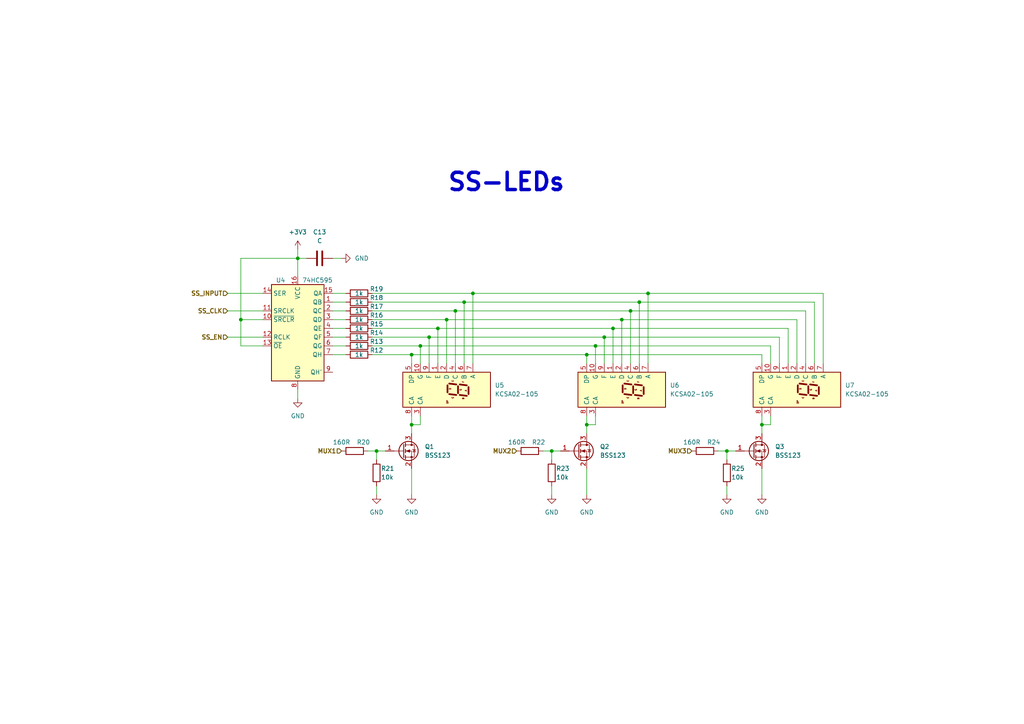
<source format=kicad_sch>
(kicad_sch (version 20230121) (generator eeschema)
  (paper "A4")
  (lib_symbols
    (symbol "74xx:74HC595"
      (property "Reference" "U" (at -7.62 13.97 0))
      (property "Value" "74HC595" (at -7.62 -16.51 0))
      (symbol "74HC595_1_0"
        (pin tri_state line (at 10.16 7.62 180) (length 2.54) (name "QB") (number "1"))
        (pin input line (at -10.16 2.54 0) (length 2.54) (name "~{SRCLR}") (number "10"))
        (pin input line (at -10.16 5.08 0) (length 2.54) (name "SRCLK") (number "11"))
        (pin input line (at -10.16 -2.54 0) (length 2.54) (name "RCLK") (number "12"))
        (pin input line (at -10.16 -5.08 0) (length 2.54) (name "~{OE}") (number "13"))
        (pin input line (at -10.16 10.16 0) (length 2.54) (name "SER") (number "14"))
        (pin tri_state line (at 10.16 10.16 180) (length 2.54) (name "QA") (number "15"))
        (pin power_in line (at 0 15.24 270) (length 2.54) (name "VCC") (number "16"))
        (pin tri_state line (at 10.16 5.08 180) (length 2.54) (name "QC") (number "2"))
        (pin tri_state line (at 10.16 2.54 180) (length 2.54) (name "QD") (number "3"))
        (pin tri_state line (at 10.16 0 180) (length 2.54) (name "QE") (number "4"))
        (pin tri_state line (at 10.16 -2.54 180) (length 2.54) (name "QF") (number "5"))
        (pin tri_state line (at 10.16 -5.08 180) (length 2.54) (name "QG") (number "6"))
        (pin tri_state line (at 10.16 -7.62 180) (length 2.54) (name "QH") (number "7"))
        (pin power_in line (at 0 -17.78 90) (length 2.54) (name "GND") (number "8"))
        (pin output line (at 10.16 -12.7 180) (length 2.54) (name "QH'") (number "9"))
      )
      (symbol "74HC595_1_1"
        (rectangle (start -7.62 12.7) (end 7.62 -15.24) (stroke (width 0.254)) (fill (type background)))
      )
    )
    (symbol "Device:C" (pin_numbers hide) (pin_names (offset 0.254))
      (property "Reference" "C" (at 0.635 2.54 0))
      (property "Value" "C" (at 0.635 -2.54 0))
      (symbol "C_0_1"
        (polyline (pts (xy -2.032 -0.762) (xy 2.032 -0.762)) (stroke (width 0.508)))
        (polyline (pts (xy -2.032 0.762) (xy 2.032 0.762)) (stroke (width 0.508)))
      )
      (symbol "C_1_1"
        (pin passive line (at 0 3.81 270) (length 2.794) (name "~") (number "1"))
        (pin passive line (at 0 -3.81 90) (length 2.794) (name "~") (number "2"))
      )
    )
    (symbol "Device:R" (pin_numbers hide) (pin_names (offset 0))
      (property "Reference" "R" (at 2.032 0 90))
      (property "Value" "R" (at 0 0 90))
      (symbol "R_0_1"
        (rectangle (start -1.016 -2.54) (end 1.016 2.54) (stroke (width 0.254)))
      )
      (symbol "R_1_1"
        (pin passive line (at 0 3.81 270) (length 1.27) (name "~") (number "1"))
        (pin passive line (at 0 -3.81 90) (length 1.27) (name "~") (number "2"))
      )
    )
    (symbol "Display_Character:KCSA02-105" (pin_names (offset 0.635))
      (property "Reference" "U" (at -2.54 13.97 0))
      (property "Value" "KCSA02-105" (at 1.27 13.97 0))
      (symbol "KCSA02-105_0_0"
        (text "A" (at 0.254 5.588 0) (effects (font (size 0.508 0.508))))
        (text "B" (at 2.54 4.826 0) (effects (font (size 0.508 0.508))))
        (text "C" (at 2.286 1.778 0) (effects (font (size 0.508 0.508))))
        (text "D" (at -0.254 1.016 0) (effects (font (size 0.508 0.508))))
        (text "DP" (at 3.556 0.254 0) (effects (font (size 0.508 0.508))))
        (text "E" (at -2.54 1.778 0) (effects (font (size 0.508 0.508))))
        (text "F" (at -2.286 4.826 0) (effects (font (size 0.508 0.508))))
        (text "G" (at 0 4.064 0) (effects (font (size 0.508 0.508))))
      )
      (symbol "KCSA02-105_0_1"
        (rectangle (start -5.08 12.7) (end 5.08 -12.7) (stroke (width 0.254)) (fill (type background)))
        (polyline (pts (xy -1.524 2.794) (xy -1.778 0.762)) (stroke (width 0.508)))
        (polyline (pts (xy -1.27 0.254) (xy 0.762 0.254)) (stroke (width 0.508)))
        (polyline (pts (xy -1.27 5.842) (xy -1.524 3.81)) (stroke (width 0.508)))
        (polyline (pts (xy -1.016 3.302) (xy 1.016 3.302)) (stroke (width 0.508)))
        (polyline (pts (xy -0.762 6.35) (xy 1.27 6.35)) (stroke (width 0.508)))
        (polyline (pts (xy 1.524 2.794) (xy 1.27 0.762)) (stroke (width 0.508)))
        (polyline (pts (xy 1.778 5.842) (xy 1.524 3.81)) (stroke (width 0.508)))
        (polyline (pts (xy 2.54 0.254) (xy 2.54 0.254)) (stroke (width 0.508)))
      )
      (symbol "KCSA02-105_1_1"
        (pin input line (at -7.62 -2.54 0) (length 2.54) (name "E") (number "1"))
        (pin input line (at -7.62 -7.62 0) (length 2.54) (name "G") (number "10"))
        (pin input line (at -7.62 0 0) (length 2.54) (name "D") (number "2"))
        (pin input line (at 7.62 -7.62 180) (length 2.54) (name "CA") (number "3"))
        (pin input line (at -7.62 2.54 0) (length 2.54) (name "C") (number "4"))
        (pin input line (at -7.62 -10.16 0) (length 2.54) (name "DP") (number "5"))
        (pin input line (at -7.62 5.08 0) (length 2.54) (name "B") (number "6"))
        (pin input line (at -7.62 7.62 0) (length 2.54) (name "A") (number "7"))
        (pin input line (at 7.62 -10.16 180) (length 2.54) (name "CA") (number "8"))
        (pin input line (at -7.62 -5.08 0) (length 2.54) (name "F") (number "9"))
      )
    )
    (symbol "Transistor_FET:BSS123" (pin_names hide)
      (property "Reference" "Q" (at 5.08 1.905 0))
      (property "Value" "BSS123" (at 5.08 0 0))
      (symbol "BSS123_0_1"
        (polyline (pts (xy 0.254 0) (xy -2.54 0)))
        (polyline (pts (xy 0.254 1.905) (xy 0.254 -1.905)) (stroke (width 0.254)))
        (polyline (pts (xy 0.762 -1.27) (xy 0.762 -2.286)) (stroke (width 0.254)))
        (polyline (pts (xy 0.762 0.508) (xy 0.762 -0.508)) (stroke (width 0.254)))
        (polyline (pts (xy 0.762 2.286) (xy 0.762 1.27)) (stroke (width 0.254)))
        (polyline (pts (xy 2.54 2.54) (xy 2.54 1.778)))
        (polyline (pts (xy 2.54 -2.54) (xy 2.54 0) (xy 0.762 0)))
        (polyline (pts (xy 0.762 -1.778) (xy 3.302 -1.778) (xy 3.302 1.778) (xy 0.762 1.778)))
        (polyline (pts (xy 1.016 0) (xy 2.032 0.381) (xy 2.032 -0.381) (xy 1.016 0)) (fill (type outline)))
        (polyline (pts (xy 2.794 0.508) (xy 2.921 0.381) (xy 3.683 0.381) (xy 3.81 0.254)))
        (polyline (pts (xy 3.302 0.381) (xy 2.921 -0.254) (xy 3.683 -0.254) (xy 3.302 0.381)))
        (circle (center 1.651 0) (radius 2.794) (stroke (width 0.254)))
        (circle (center 2.54 -1.778) (radius 0.254) (fill (type outline)))
        (circle (center 2.54 1.778) (radius 0.254) (fill (type outline)))
      )
      (symbol "BSS123_1_1"
        (pin input line (at -5.08 0 0) (length 2.54) (name "G") (number "1"))
        (pin passive line (at 2.54 -5.08 90) (length 2.54) (name "S") (number "2"))
        (pin passive line (at 2.54 5.08 270) (length 2.54) (name "D") (number "3"))
      )
    )
    (symbol "power:+3V3" (power) (pin_names (offset 0))
      (property "Value" "+3V3" (at 0 3.556 0))
      (symbol "+3V3_0_1"
        (polyline (pts (xy -0.762 1.27) (xy 0 2.54)))
        (polyline (pts (xy 0 0) (xy 0 2.54)))
        (polyline (pts (xy 0 2.54) (xy 0.762 1.27)))
      )
      (symbol "+3V3_1_1"
        (pin power_in line (at 0 0 90) (length 0) hide (name "+3V3") (number "1"))
      )
    )
    (symbol "power:GND" (power) (pin_names (offset 0))
      (property "Value" "GND" (at 0 -3.81 0))
      (symbol "GND_0_1"
        (polyline (pts (xy 0 0) (xy 0 -1.27) (xy 1.27 -1.27) (xy 0 -2.54) (xy -1.27 -1.27) (xy 0 -1.27)))
      )
      (symbol "GND_1_1"
        (pin power_in line (at 0 0 270) (length 0) hide (name "GND") (number "1"))
      )
    )
  )
  (junction (at 137.16 85.09))
  (junction (at 160.02 130.81))
  (junction (at 134.62 87.63))
  (junction (at 109.22 130.81))
  (junction (at 129.54 92.71))
  (junction (at 180.34 92.71))
  (junction (at 119.38 123.19))
  (junction (at 187.96 85.09))
  (junction (at 170.18 102.87))
  (junction (at 185.42 87.63))
  (junction (at 177.8 95.25))
  (junction (at 119.38 102.87))
  (junction (at 175.26 97.79))
  (junction (at 220.98 123.19))
  (junction (at 132.08 90.17))
  (junction (at 172.72 100.33))
  (junction (at 127 95.25))
  (junction (at 170.18 123.19))
  (junction (at 182.88 90.17))
  (junction (at 121.92 100.33))
  (junction (at 86.36 74.93))
  (junction (at 69.85 92.71))
  (junction (at 124.46 97.79))
  (junction (at 210.82 130.81))
  (wire (pts (xy 86.36 72.39) (xy 86.36 74.93)))
  (wire (pts (xy 109.22 130.81) (xy 109.22 133.35)))
  (wire (pts (xy 124.46 97.79) (xy 124.46 105.41)))
  (wire (pts (xy 170.18 120.65) (xy 170.18 123.19)))
  (wire (pts (xy 137.16 85.09) (xy 107.95 85.09)))
  (wire (pts (xy 187.96 85.09) (xy 137.16 85.09)))
  (wire (pts (xy 238.76 85.09) (xy 187.96 85.09)))
  (wire (pts (xy 132.08 90.17) (xy 132.08 105.41)))
  (wire (pts (xy 220.98 135.89) (xy 220.98 143.51)))
  (wire (pts (xy 185.42 87.63) (xy 134.62 87.63)))
  (wire (pts (xy 160.02 130.81) (xy 160.02 133.35)))
  (wire (pts (xy 208.28 130.81) (xy 210.82 130.81)))
  (wire (pts (xy 210.82 130.81) (xy 210.82 133.35)))
  (wire (pts (xy 226.06 105.41) (xy 226.06 97.79)))
  (wire (pts (xy 109.22 130.81) (xy 111.76 130.81)))
  (wire (pts (xy 180.34 92.71) (xy 129.54 92.71)))
  (wire (pts (xy 96.52 87.63) (xy 100.33 87.63)))
  (wire (pts (xy 226.06 97.79) (xy 175.26 97.79)))
  (wire (pts (xy 134.62 87.63) (xy 107.95 87.63)))
  (wire (pts (xy 228.6 105.41) (xy 228.6 95.25)))
  (wire (pts (xy 69.85 92.71) (xy 69.85 74.93)))
  (wire (pts (xy 119.38 123.19) (xy 119.38 125.73)))
  (wire (pts (xy 175.26 105.41) (xy 175.26 97.79)))
  (wire (pts (xy 170.18 102.87) (xy 119.38 102.87)))
  (wire (pts (xy 170.18 123.19) (xy 172.72 123.19)))
  (wire (pts (xy 107.95 102.87) (xy 119.38 102.87)))
  (wire (pts (xy 170.18 135.89) (xy 170.18 143.51)))
  (wire (pts (xy 107.95 100.33) (xy 121.92 100.33)))
  (wire (pts (xy 66.04 97.79) (xy 76.2 97.79)))
  (wire (pts (xy 187.96 105.41) (xy 187.96 85.09)))
  (wire (pts (xy 210.82 140.97) (xy 210.82 143.51)))
  (wire (pts (xy 127 95.25) (xy 127 105.41)))
  (wire (pts (xy 129.54 92.71) (xy 129.54 105.41)))
  (wire (pts (xy 107.95 97.79) (xy 124.46 97.79)))
  (wire (pts (xy 134.62 105.41) (xy 134.62 87.63)))
  (wire (pts (xy 160.02 140.97) (xy 160.02 143.51)))
  (wire (pts (xy 96.52 90.17) (xy 100.33 90.17)))
  (wire (pts (xy 96.52 92.71) (xy 100.33 92.71)))
  (wire (pts (xy 121.92 100.33) (xy 121.92 105.41)))
  (wire (pts (xy 233.68 90.17) (xy 182.88 90.17)))
  (wire (pts (xy 236.22 87.63) (xy 185.42 87.63)))
  (wire (pts (xy 170.18 123.19) (xy 170.18 125.73)))
  (wire (pts (xy 69.85 74.93) (xy 86.36 74.93)))
  (wire (pts (xy 236.22 105.41) (xy 236.22 87.63)))
  (wire (pts (xy 88.9 74.93) (xy 86.36 74.93)))
  (wire (pts (xy 96.52 100.33) (xy 100.33 100.33)))
  (wire (pts (xy 96.52 95.25) (xy 100.33 95.25)))
  (wire (pts (xy 220.98 105.41) (xy 220.98 102.87)))
  (wire (pts (xy 160.02 130.81) (xy 162.56 130.81)))
  (wire (pts (xy 231.14 92.71) (xy 180.34 92.71)))
  (wire (pts (xy 182.88 90.17) (xy 132.08 90.17)))
  (wire (pts (xy 223.52 120.65) (xy 223.52 123.19)))
  (wire (pts (xy 119.38 123.19) (xy 121.92 123.19)))
  (wire (pts (xy 106.68 130.81) (xy 109.22 130.81)))
  (wire (pts (xy 220.98 123.19) (xy 220.98 125.73)))
  (wire (pts (xy 157.48 130.81) (xy 160.02 130.81)))
  (wire (pts (xy 172.72 100.33) (xy 121.92 100.33)))
  (wire (pts (xy 177.8 105.41) (xy 177.8 95.25)))
  (wire (pts (xy 175.26 97.79) (xy 124.46 97.79)))
  (wire (pts (xy 86.36 113.03) (xy 86.36 115.57)))
  (wire (pts (xy 223.52 100.33) (xy 172.72 100.33)))
  (wire (pts (xy 69.85 100.33) (xy 69.85 92.71)))
  (wire (pts (xy 220.98 102.87) (xy 170.18 102.87)))
  (wire (pts (xy 185.42 105.41) (xy 185.42 87.63)))
  (wire (pts (xy 96.52 85.09) (xy 100.33 85.09)))
  (wire (pts (xy 228.6 95.25) (xy 177.8 95.25)))
  (wire (pts (xy 109.22 140.97) (xy 109.22 143.51)))
  (wire (pts (xy 107.95 92.71) (xy 129.54 92.71)))
  (wire (pts (xy 182.88 105.41) (xy 182.88 90.17)))
  (wire (pts (xy 172.72 105.41) (xy 172.72 100.33)))
  (wire (pts (xy 210.82 130.81) (xy 213.36 130.81)))
  (wire (pts (xy 121.92 120.65) (xy 121.92 123.19)))
  (wire (pts (xy 238.76 105.41) (xy 238.76 85.09)))
  (wire (pts (xy 137.16 105.41) (xy 137.16 85.09)))
  (wire (pts (xy 107.95 90.17) (xy 132.08 90.17)))
  (wire (pts (xy 170.18 105.41) (xy 170.18 102.87)))
  (wire (pts (xy 177.8 95.25) (xy 127 95.25)))
  (wire (pts (xy 96.52 102.87) (xy 100.33 102.87)))
  (wire (pts (xy 107.95 95.25) (xy 127 95.25)))
  (wire (pts (xy 76.2 100.33) (xy 69.85 100.33)))
  (wire (pts (xy 231.14 105.41) (xy 231.14 92.71)))
  (wire (pts (xy 220.98 120.65) (xy 220.98 123.19)))
  (wire (pts (xy 119.38 102.87) (xy 119.38 105.41)))
  (wire (pts (xy 96.52 74.93) (xy 99.06 74.93)))
  (wire (pts (xy 223.52 105.41) (xy 223.52 100.33)))
  (wire (pts (xy 86.36 74.93) (xy 86.36 80.01)))
  (wire (pts (xy 66.04 90.17) (xy 76.2 90.17)))
  (wire (pts (xy 220.98 123.19) (xy 223.52 123.19)))
  (wire (pts (xy 180.34 105.41) (xy 180.34 92.71)))
  (wire (pts (xy 119.38 135.89) (xy 119.38 143.51)))
  (wire (pts (xy 66.04 85.09) (xy 76.2 85.09)))
  (wire (pts (xy 119.38 120.65) (xy 119.38 123.19)))
  (wire (pts (xy 96.52 97.79) (xy 100.33 97.79)))
  (wire (pts (xy 76.2 92.71) (xy 69.85 92.71)))
  (wire (pts (xy 172.72 120.65) (xy 172.72 123.19)))
  (wire (pts (xy 233.68 105.41) (xy 233.68 90.17)))
  (text "SS-LEDs" (at 129.54 55.88 0) (effects (font (size 5 5) bold) (justify left bottom)))
  (hierarchical_label "SS_EN" (shape input) (at 66.04 97.79 180) (effects (font bold)))
  (hierarchical_label "MUX1" (shape input) (at 99.06 130.81 180) (effects (font bold)))
  (hierarchical_label "MUX3" (shape input) (at 200.66 130.81 180) (effects (font bold)))
  (hierarchical_label "SS_INPUT" (shape input) (at 66.04 85.09 180) (effects (font bold)))
  (hierarchical_label "MUX2" (shape input) (at 149.86 130.81 180) (effects (font bold)))
  (hierarchical_label "SS_CLK" (shape input) (at 66.04 90.17 180) (effects (font bold)))
  (symbol (lib_id "Device:R") (at 104.14 87.63 90) (unit 1)
    (property "Reference" "R18" (at 109.22 86.36 90))
    (property "Value" "1k" (at 104.14 87.63 90))
  )
  (symbol (lib_id "power:GND") (at 210.82 143.51 0) (unit 1)
    (property "Reference" "#PWR036" (effects hide))
    (property "Value" "GND" (at 210.82 148.59 0))
  )
  (symbol (lib_id "Device:R") (at 204.47 130.81 90) (unit 1)
    (property "Reference" "R24" (at 207.01 128.27 90))
    (property "Value" "160R" (at 200.66 128.27 90))
  )
  (symbol (lib_id "Transistor_FET:BSS123") (at 116.84 130.81 0) (unit 1)
    (property "Reference" "Q1" (at 123.19 129.54 0) (effects (justify left)))
    (property "Value" "BSS123" (at 123.19 132.08 0) (effects (justify left)))
    (property "Footprint" "Package_TO_SOT_SMD:SOT-23" (effects hide))
    (property "Datasheet" "http://www.diodes.com/assets/Datasheets/ds30366.pdf" (effects hide))
  )
  (symbol (lib_id "Device:R") (at 104.14 100.33 90) (unit 1)
    (property "Reference" "R13" (at 109.22 99.06 90))
    (property "Value" "1k" (at 104.14 100.33 90))
  )
  (symbol (lib_id "74xx:74HC595") (at 86.36 95.25 0) (unit 1)
    (property "Reference" "U4" (at 80.01 81.28 0) (effects (justify left)))
    (property "Value" "74HC595" (at 87.63 81.28 0) (effects (justify left)))
    (property "Datasheet" "http://www.ti.com/lit/ds/symlink/sn74hc595.pdf" (effects hide))
  )
  (symbol (lib_id "Display_Character:KCSA02-105") (at 231.14 113.03 270) (unit 1)
    (property "Reference" "U7" (at 245.11 111.76 90) (effects (justify left)))
    (property "Value" "KCSA02-105" (at 245.11 114.3 90) (effects (justify left)))
    (property "Footprint" "Display_7Segment:KCSC02-105" (effects hide))
    (property "Datasheet" "http://www.kingbright.com/attachments/file/psearch/000/00/00/KCSA02-105(Ver.10A).pdf" (effects hide))
  )
  (symbol (lib_id "power:GND") (at 86.36 115.57 0) (unit 1)
    (property "Reference" "#PWR030" (effects hide))
    (property "Value" "GND" (at 86.36 120.65 0))
  )
  (symbol (lib_id "power:+3V3") (at 86.36 72.39 0) (unit 1)
    (property "Reference" "#PWR029" (effects hide))
    (property "Value" "+3V3" (at 86.36 67.31 0))
  )
  (symbol (lib_id "power:GND") (at 109.22 143.51 0) (unit 1)
    (property "Reference" "#PWR033" (effects hide))
    (property "Value" "GND" (at 109.22 148.59 0))
  )
  (symbol (lib_id "power:GND") (at 170.18 143.51 0) (unit 1)
    (property "Reference" "#PWR035" (effects hide))
    (property "Value" "GND" (at 170.18 148.59 0))
  )
  (symbol (lib_id "Device:R") (at 153.67 130.81 90) (unit 1)
    (property "Reference" "R22" (at 156.21 128.27 90))
    (property "Value" "160R" (at 149.86 128.27 90))
  )
  (symbol (lib_id "Device:R") (at 104.14 90.17 90) (unit 1)
    (property "Reference" "R17" (at 109.22 88.9 90))
    (property "Value" "1k" (at 104.14 90.17 90))
  )
  (symbol (lib_id "Display_Character:KCSA02-105") (at 129.54 113.03 270) (unit 1)
    (property "Reference" "U5" (at 143.51 111.76 90) (effects (justify left)))
    (property "Value" "KCSA02-105" (at 143.51 114.3 90) (effects (justify left)))
    (property "Footprint" "Display_7Segment:KCSC02-105" (effects hide))
    (property "Datasheet" "http://www.kingbright.com/attachments/file/psearch/000/00/00/KCSA02-105(Ver.10A).pdf" (effects hide))
  )
  (symbol (lib_id "power:GND") (at 99.06 74.93 90) (unit 1)
    (property "Reference" "#PWR031" (effects hide))
    (property "Value" "GND" (at 102.87 74.93 90) (effects (justify right)))
  )
  (symbol (lib_id "power:GND") (at 220.98 143.51 0) (unit 1)
    (property "Reference" "#PWR037" (effects hide))
    (property "Value" "GND" (at 220.98 148.59 0))
  )
  (symbol (lib_id "Device:R") (at 104.14 97.79 90) (unit 1)
    (property "Reference" "R14" (at 109.22 96.52 90))
    (property "Value" "1k" (at 104.14 97.79 90))
  )
  (symbol (lib_id "Device:R") (at 109.22 137.16 180) (unit 1)
    (property "Reference" "R21" (at 110.49 135.89 0) (effects (justify right)))
    (property "Value" "10k" (at 110.49 138.43 0) (effects (justify right)))
  )
  (symbol (lib_id "Device:C") (at 92.71 74.93 270) (unit 1)
    (property "Reference" "C13" (at 92.71 67.31 90))
    (property "Value" "C" (at 92.71 69.85 90))
  )
  (symbol (lib_id "Device:R") (at 210.82 137.16 180) (unit 1)
    (property "Reference" "R25" (at 212.09 135.89 0) (effects (justify right)))
    (property "Value" "10k" (at 212.09 138.43 0) (effects (justify right)))
  )
  (symbol (lib_id "Device:R") (at 104.14 95.25 90) (unit 1)
    (property "Reference" "R15" (at 109.22 93.98 90))
    (property "Value" "1k" (at 104.14 95.25 90))
  )
  (symbol (lib_id "power:GND") (at 160.02 143.51 0) (unit 1)
    (property "Reference" "#PWR034" (effects hide))
    (property "Value" "GND" (at 160.02 148.59 0))
  )
  (symbol (lib_id "Transistor_FET:BSS123") (at 218.44 130.81 0) (unit 1)
    (property "Reference" "Q3" (at 224.79 129.54 0) (effects (justify left)))
    (property "Value" "BSS123" (at 224.79 132.08 0) (effects (justify left)))
    (property "Footprint" "Package_TO_SOT_SMD:SOT-23" (effects hide))
    (property "Datasheet" "http://www.diodes.com/assets/Datasheets/ds30366.pdf" (effects hide))
  )
  (symbol (lib_id "Device:R") (at 104.14 85.09 90) (unit 1)
    (property "Reference" "R19" (at 109.22 83.82 90))
    (property "Value" "1k" (at 104.14 85.09 90))
  )
  (symbol (lib_id "Device:R") (at 102.87 130.81 90) (unit 1)
    (property "Reference" "R20" (at 105.41 128.27 90))
    (property "Value" "160R" (at 99.06 128.27 90))
  )
  (symbol (lib_id "Display_Character:KCSA02-105") (at 180.34 113.03 270) (unit 1)
    (property "Reference" "U6" (at 194.31 111.76 90) (effects (justify left)))
    (property "Value" "KCSA02-105" (at 194.31 114.3 90) (effects (justify left)))
    (property "Footprint" "Display_7Segment:KCSC02-105" (effects hide))
    (property "Datasheet" "http://www.kingbright.com/attachments/file/psearch/000/00/00/KCSA02-105(Ver.10A).pdf" (effects hide))
  )
  (symbol (lib_id "Device:R") (at 104.14 92.71 90) (unit 1)
    (property "Reference" "R16" (at 109.22 91.44 90))
    (property "Value" "1k" (at 104.14 92.71 90))
  )
  (symbol (lib_id "power:GND") (at 119.38 143.51 0) (unit 1)
    (property "Reference" "#PWR032" (effects hide))
    (property "Value" "GND" (at 119.38 148.59 0))
  )
  (symbol (lib_id "Device:R") (at 104.14 102.87 90) (unit 1)
    (property "Reference" "R12" (at 109.22 101.6 90))
    (property "Value" "1k" (at 104.14 102.87 90))
  )
  (symbol (lib_id "Transistor_FET:BSS123") (at 167.64 130.81 0) (unit 1)
    (property "Reference" "Q2" (at 173.99 129.54 0) (effects (justify left)))
    (property "Value" "BSS123" (at 173.99 132.08 0) (effects (justify left)))
    (property "Footprint" "Package_TO_SOT_SMD:SOT-23" (effects hide))
    (property "Datasheet" "http://www.diodes.com/assets/Datasheets/ds30366.pdf" (effects hide))
  )
  (symbol (lib_id "Device:R") (at 160.02 137.16 180) (unit 1)
    (property "Reference" "R23" (at 161.29 135.89 0) (effects (justify right)))
    (property "Value" "10k" (at 161.29 138.43 0) (effects (justify right)))
  )
)
</source>
